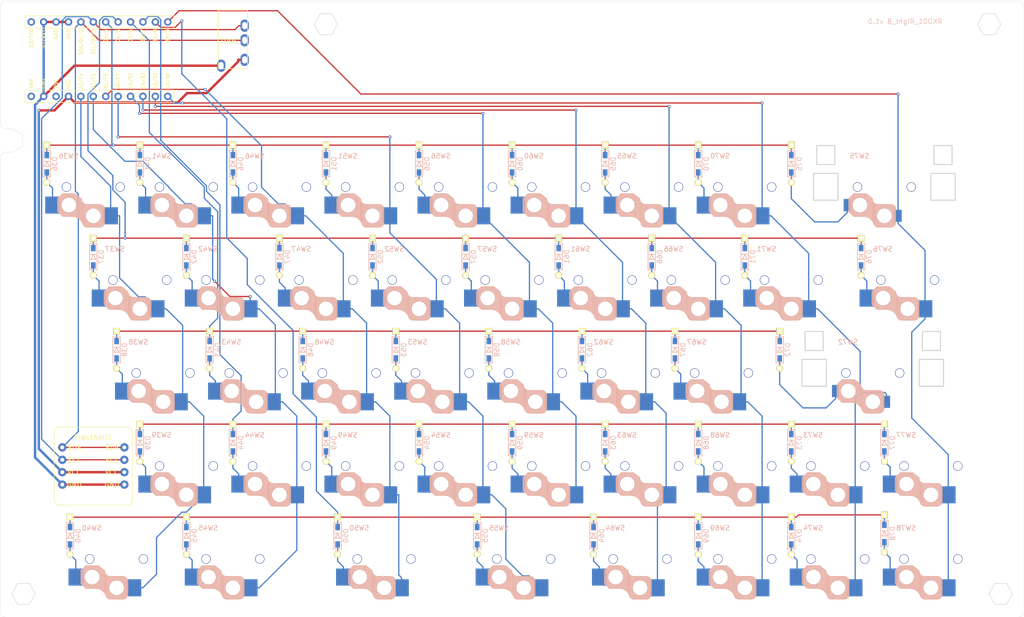
<source format=kicad_pcb>
(kicad_pcb (version 20240108) (generator "pcbnew") (generator_version "8.0")
  (layers (0 "F.Cu" signal) (31 "B.Cu" signal) (34 "B.Paste" user) (35 "F.Paste" user) (36 "B.SilkS" user "B.Silkscreen") (37 "F.SilkS" user "F.Silkscreen") (38 "B.Mask" user) (39 "F.Mask" user) (44 "Edge.Cuts" user))
  (net 0 "")
  (net 1 "Net-(D36-A)")
  (net 2 "Row0")
  (net 3 "Net-(D37-A)")
  (net 4 "Row2")
  (net 5 "Row3")
  (net 6 "Net-(D38-A)")
  (net 7 "Net-(D39-A)")
  (net 8 "Row4")
  (net 9 "Net-(D40-A)")
  (net 10 "Net-(D41-A)")
  (net 11 "Row1")
  (net 12 "Net-(D42-A)")
  (net 13 "Net-(D43-A)")
  (net 14 "Net-(D44-A)")
  (net 15 "Net-(D45-A)")
  (net 16 "Net-(D46-A)")
  (net 17 "Net-(D47-A)")
  (net 18 "Net-(D48-A)")
  (net 19 "Net-(D49-A)")
  (net 20 "Net-(D50-A)")
  (net 21 "Net-(D51-A)")
  (net 22 "Net-(D52-A)")
  (net 23 "Net-(D53-A)")
  (net 24 "Net-(D54-A)")
  (net 25 "Net-(D55-A)")
  (net 26 "Net-(D56-A)")
  (net 27 "Net-(D57-A)")
  (net 28 "Net-(D58-A)")
  (net 29 "Net-(D59-A)")
  (net 30 "Net-(D60-A)")
  (net 31 "Net-(D61-A)")
  (net 32 "Net-(D62-A)")
  (net 33 "Net-(D63-A)")
  (net 34 "Net-(D64-A)")
  (net 35 "Net-(D65-A)")
  (net 36 "Net-(D66-A)")
  (net 37 "Net-(D67-A)")
  (net 38 "Net-(D68-A)")
  (net 39 "Net-(D69-A)")
  (net 40 "Net-(D70-A)")
  (net 41 "Net-(D71-A)")
  (net 42 "Net-(D72-A)")
  (net 43 "Net-(D73-A)")
  (net 44 "Net-(D74-A)")
  (net 45 "Net-(D75-A)")
  (net 46 "Net-(D76-A)")
  (net 47 "SCL")
  (net 48 "VCC")
  (net 49 "GND")
  (net 50 "SDA")
  (net 51 "Col0")
  (net 52 "Col1")
  (net 53 "Col2")
  (net 54 "Col3")
  (net 55 "Col4")
  (net 56 "Col5")
  (net 57 "Col6")
  (net 58 "Col7")
  (net 59 "Col8")
  (net 60 "Reset")
  (net 63 "Net-(D77-A)")
  (net 64 "Net-(D78-A)")
  (footprint "kbd_SW:Choc_Hotswap_2u_Stab" (layer "F.Cu") (at 202.4063 57.15)
    (property "Reference" "SW75")
    (property "Value" "SW_Push" (hide yes))
    (fp_line (start -14.5 -2.8) (end -9.5 -2.8) (stroke (width 0.2)) (layer "Edge.Cuts"))
    (fp_line (start -14.5 2.7) (end -14.5 -2.8) (stroke (width 0.2)) (layer "Edge.Cuts"))
    (fp_line (start -13.85 -8.5) (end -10.15 -8.5) (stroke (width 0.2)) (layer "Edge.Cuts"))
    (fp_line (start -13.85 -4.6) (end -13.85 -8.5) (stroke (width 0.2)) (layer "Edge.Cuts"))
    (fp_line (start -10.15 -8.5) (end -10.15 -4.6) (stroke (width 0.2)) (layer "Edge.Cuts"))
    (fp_line (start -10.15 -4.6) (end -13.85 -4.6) (stroke (width 0.2)) (layer "Edge.Cuts"))
    (fp_line (start -9.5 -2.8) (end -9.5 2.7) (stroke (width 0.2)) (layer "Edge.Cuts"))
    (fp_line (start -9.5 2.7) (end -14.5 2.7) (stroke (width 0.2)) (layer "Edge.Cuts"))
    (fp_line (start 9.5 -2.8) (end 9.5 2.7) (stroke (width 0.2)) (layer "Edge.Cuts"))
    (fp_line (start 9.5 2.7) (end 14.5 2.7) (stroke (width 0.2)) (layer "Edge.Cuts"))
    (fp_line (start 10.15 -8.5) (end 10.15 -4.6) (stroke (width 0.2)) (layer "Edge.Cuts"))
    (fp_line (start 10.15 -4.6) (end 13.85 -4.6) (stroke (width 0.2)) (layer "Edge.Cuts"))
    (fp_line (start 13.85 -8.5) (end 10.15 -8.5) (stroke (width 0.2)) (layer "Edge.Cuts"))
    (fp_line (start 13.85 -8.5) (end 13.85 -4.6) (stroke (width 0.2)) (layer "Edge.Cuts"))
    (fp_line (start 14.5 -2.8) (end 9.5 -2.8) (stroke (width 0.2)) (layer "Edge.Cuts"))
    (fp_line (start 14.5 2.7) (end 14.5 -2.8) (stroke (width 0.2)) (layer "Edge.Cuts"))
  )
  (footprint "kbd_SW:Choc_Hotswap_1u" (layer "F.Cu") (at 97.6313 57.15)
    (property "Reference" "SW51")
    (property "Value" "SW_Push" (hide yes))
  )
  (footprint "kbd_SW:Choc_Hotswap_1u" (layer "F.Cu") (at 192.8813 133.35)
    (property "Reference" "SW74")
    (property "Value" "SW_Push" (hide yes))
  )
  (footprint "kbd_SW:Choc_Hotswap_1u" (layer "F.Cu") (at 207.1688 76.2)
    (property "Reference" "SW76")
    (property "Value" "SW_Push" (hide yes))
  )
  (footprint "kbd_Parts:Diode_TH_SMD" (layer "F.Cu") (at 164.3063 128.5875 -90)
    (property "Reference" "D69")
    (property "Value" "D" (hide yes))
  )
  (footprint "kbd_Parts:Diode_TH_SMD" (layer "F.Cu") (at 78.5813 71.4375 -90)
    (property "Reference" "D47")
    (property "Value" "D" (hide yes))
  )
  (footprint "kbd_Hole:m2_Spacer_Hole_hex" (layer "F.Cu") (at 223.8375 23.8125)
    (property "Reference" "M2")
    (property "Value" "Mark")
    (fp_line (start -2.4 0) (end -1.2 2.15) (stroke (width 0.1)) (layer "Edge.Cuts"))
    (fp_line (start -1.2 -2.15) (end -2.4 0) (stroke (width 0.1)) (layer "Edge.Cuts"))
    (fp_line (start -1.2 2.15) (end 1.2 2.15) (stroke (width 0.1)) (layer "Edge.Cuts"))
    (fp_line (start 1.2 -2.15) (end -1.2 -2.15) (stroke (width 0.1)) (layer "Edge.Cuts"))
    (fp_line (start 1.2 2.15) (end 2.4 0) (stroke (width 0.1)) (layer "Edge.Cuts"))
    (fp_line (start 2.4 0) (end 1.2 -2.15) (stroke (width 0.1)) (layer "Edge.Cuts"))
  )
  (footprint "kbd_Parts:Diode_TH_SMD" (layer "F.Cu") (at 126.2063 52.3875 -90)
    (property "Reference" "D60")
    (property "Value" "D" (hide yes))
  )
  (footprint "kbd_SW:Choc_Hotswap_1u" (layer "F.Cu") (at 173.8313 57.15)
    (property "Reference" "SW70")
    (property "Value" "SW_Push" (hide yes))
  )
  (footprint "kbd_Parts:Diode_TH_SMD" (layer "F.Cu") (at 116.6813 71.4375 -90)
    (property "Reference" "D57")
    (property "Value" "D" (hide yes))
  )
  (footprint "kbd_Parts:Diode_TH_SMD" (layer "F.Cu") (at 121.4438 90.4875 -90)
    (property "Reference" "D58")
    (property "Value" "D" (hide yes))
  )
  (footprint "kbd_SW:Choc_Hotswap_1u" (layer "F.Cu") (at 59.5313 57.15)
    (property "Reference" "SW41")
    (property "Value" "SW_Push" (hide yes))
  )
  (footprint "kbd_Parts:Diode_TH_SMD" (layer "F.Cu") (at 202.4063 109.5375 -90)
    (property "Reference" "D77")
    (property "Value" "D" (hide yes))
  )
  (footprint "kbd_SW:Choc_Hotswap_1u" (layer "F.Cu") (at 211.9313 114.3)
    (property "Reference" "SW77")
    (property "Value" "SW_Push" (hide yes))
  )
  (footprint "kbd_Parts:Diode_TH_SMD" (layer "F.Cu") (at 102.3938 90.4875 -90)
    (property "Reference" "D53")
    (property "Value" "D" (hide yes))
  )
  (footprint "kbd_SW:Choc_Hotswap_1u" (layer "F.Cu") (at 45.2438 133.35)
    (property "Reference" "SW40")
    (property "Value" "SW_Push" (hide yes))
  )
  (footprint "kbd_Parts:Diode_TH_SMD" (layer "F.Cu") (at 180.9751 90.4875 -90)
    (property "Reference" "D72")
    (property "Value" "D" (hide yes))
  )
  (footprint "kbd_SW:Choc_Hotswap_1u" (layer "F.Cu") (at 130.9688 95.25)
    (property "Reference" "SW58")
    (property "Value" "SW_Push" (hide yes))
  )
  (footprint "kbd_SW:Choc_Hotswap_1u" (layer "F.Cu") (at 50.0063 76.2)
    (property "Reference" "SW37")
    (property "Value" "SW_Push" (hide yes))
  )
  (footprint "kbd_SW:Choc_Hotswap_1u" (layer "F.Cu") (at 100.0126 133.35)
    (property "Reference" "SW50")
    (property "Value" "SW_Push" (hide yes))
  )
  (footprint "kbd_Parts:Diode_TH_SMD" (layer "F.Cu") (at 83.3438 90.4875 -90)
    (property "Reference" "D48")
    (property "Value" "D" (hide yes))
  )
  (footprint "kbd_SW:Choc_Hotswap_1u" (layer "F.Cu") (at 69.0563 76.2)
    (property "Reference" "SW42")
    (property "Value" "SW_Push" (hide yes))
  )
  (footprint "kbd_Parts:Diode_TH_SMD" (layer "F.Cu") (at 40.4813 71.4375 -90)
    (property "Reference" "D37")
    (property "Value" "D" (hide yes))
  )
  (footprint "kbd_SW:Choc_Hotswap_1u" (layer "F.Cu") (at 126.2063 76.2)
    (property "Reference" "SW57")
    (property "Value" "SW_Push" (hide yes))
  )
  (footprint "kbd_SW:Choc_Hotswap_1u" (layer "F.Cu") (at 78.5813 57.15)
    (property "Reference" "SW46")
    (property "Value" "SW_Push" (hide yes))
  )
  (footprint "kbd_SW:Choc_Hotswap_1u" (layer "F.Cu") (at 111.9188 95.25)
    (property "Reference" "SW53")
    (property "Value" "SW_Push" (hide yes))
  )
  (footprint "kbd_Parts:Diode_TH_SMD" (layer "F.Cu") (at 173.8313 71.4375 -90)
    (property "Reference" "D71")
    (property "Value" "D" (hide yes))
  )
  (footprint "kbd_Parts:Diode_TH_SMD" (layer "F.Cu") (at 50.0063 52.3875 -90)
    (property "Reference" "D41")
    (property "Value" "D" (hide yes))
  )
  (footprint "kbd_SW:Choc_Hotswap_1u" (layer "F.Cu") (at 116.6813 114.3)
    (property "Reference" "SW54")
    (property "Value" "SW_Push" (hide yes))
  )
  (footprint "kbd_SW:Choc_Hotswap_1u" (layer "F.Cu") (at 164.3063 76.2)
    (property "Reference" "SW66")
    (property "Value" "SW_Push" (hide yes))
  )
  (footprint "kbd_SW:Choc_Hotswap_1u" (layer "F.Cu") (at 54.7688 95.25)
    (property "Reference" "SW38")
    (property "Value" "SW_Push" (hide yes))
  )
  (footprint "kbd_Parts:Diode_TH_SMD" (layer "F.Cu") (at 107.1563 52.3875 -90)
    (property "Reference" "D56")
    (property "Value" "D" (hide yes))
  )
  (footprint "kbd_SW:Choc_Hotswap_1u" (layer "F.Cu") (at 150.0188 95.25)
    (property "Reference" "SW62")
    (property "Value" "SW_Push" (hide yes))
  )
  (footprint "kbd_SW:Choc_Hotswap_1u" (layer "F.Cu") (at 173.8313 114.3)
    (property "Reference" "SW68")
    (property "Value" "SW_Push" (hide yes))
  )
  (footprint "kbd_SW:Choc_Hotswap_1u" (layer "F.Cu") (at 135.7313 57.15)
    (property "Reference" "SW60")
    (property "Value" "SW_Push" (hide yes))
  )
  (footprint "kbd_Parts:Diode_TH_SMD" (layer "F.Cu") (at 90.4876 128.5875 -90)
    (property "Reference" "D50")
    (property "Value" "D" (hide yes))
  )
  (footprint "kbd_SW:Choc_Hotswap_1u" (layer "F.Cu") (at 59.5313 114.3)
    (property "Reference" "SW39")
    (property "Value" "SW_Push" (hide yes))
  )
  (footprint "kbd_SW:Choc_Hotswap_1u" (layer "F.Cu") (at 73.8188 95.25)
    (property "Reference" "SW43")
    (property "Value" "SW_Push" (hide yes))
  )
  (footprint "kbd_SW:Choc_Hotswap_1u" (layer "F.Cu") (at 211.9313 133.35)
    (property "Reference" "SW78")
    (property "Value" "SW_Push" (hide yes))
  )
  (footprint "kbd_Parts:Diode_TH_SMD" (layer "F.Cu") (at 64.2938 90.4875 -90)
    (property "Reference" "D43")
    (property "Value" "D" (hide yes))
  )
  (footprint "kbd_Parts:Diode_TH_SMD" (layer "F.Cu") (at 107.1563 109.5375 -90)
    (property "Reference" "D54")
    (property "Value" "D" (hide yes))
  )
  (footprint "kbd_Parts:Diode_TH_SMD" (layer "F.Cu") (at 30.9563 52.3875 -90)
    (property "Reference" "D36")
    (property "Value" "D" (hide yes))
  )
  (footprint "kbd_Parts:Diode_TH_SMD" (layer "F.Cu") (at 69.0563 52.3875 -90)
    (property "Reference" "D46")
    (property "Value" "D" (hide yes))
  )
  (footprint "kbd_Parts:Diode_TH_SMD" (layer "F.Cu") (at 154.7813 71.4375 -90)
    (property "Reference" "D66")
    (property "Value" "D" (hide yes))
  )
  (footprint "kbd_Parts:Diode_TH_SMD" (layer "F.Cu") (at 164.3063 109.5375 -90)
    (property "Reference" "D68")
    (property "Value" "D" (hide yes))
  )
  (footprint "kbd_SW:Choc_Hotswap_2u_Stab" (layer "F.Cu") (at 200.0251 95.25)
    (property "Reference" "SW72")
    (property "Value" "SW_Push" (hide yes))
    (fp_line (start -14.5 -2.8) (end -9.5 -2.8) (stroke (width 0.2)) (layer "Edge.Cuts"))
    (fp_line (start -14.5 2.7) (end -14.5 -2.8) (stroke (width 0.2)) (layer "Edge.Cuts"))
    (fp_line (start -13.85 -8.5) (end -10.15 -8.5) (stroke (width 0.2)) (layer "Edge.Cuts"))
    (fp_line (start -13.85 -4.6) (end -13.85 -8.5) (stroke (width 0.2)) (layer "Edge.Cuts"))
    (fp_line (start -10.15 -8.5) (end -10.15 -4.6) (stroke (width 0.2)) (layer "Edge.Cuts"))
    (fp_line (start -10.15 -4.6) (end -13.85 -4.6) (stroke (width 0.2)) (layer "Edge.Cuts"))
    (fp_line (start -9.5 -2.8) (end -9.5 2.7) (stroke (width 0.2)) (layer "Edge.Cuts"))
    (fp_line (start -9.5 2.7) (end -14.5 2.7) (stroke (width 0.2)) (layer "Edge.Cuts"))
    (fp_line (start 9.5 -2.8) (end 9.5 2.7) (stroke (width 0.2)) (layer "Edge.Cuts"))
    (fp_line (start 9.5 2.7) (end 14.5 2.7) (stroke (width 0.2)) (layer "Edge.Cuts"))
    (fp_line (start 10.15 -8.5) (end 10.15 -4.6) (stroke (width 0.2)) (layer "Edge.Cuts"))
    (fp_line (start 10.15 -4.6) (end 13.85 -4.6) (stroke (width 0.2)) (layer "Edge.Cuts"))
    (fp_line (start 13.85 -8.5) (end 10.15 -8.5) (stroke (width 0.2)) (layer "Edge.Cuts"))
    (fp_line (start 13.85 -8.5) (end 13.85 -4.6) (stroke (width 0.2)) (layer "Edge.Cuts"))
    (fp_line (start 14.5 -2.8) (end 9.5 -2.8) (stroke (width 0.2)) (layer "Edge.Cuts"))
    (fp_line (start 14.5 2.7) (end 14.5 -2.8) (stroke (width 0.2)) (layer "Edge.Cuts"))
  )
  (footprint "kbd_SW:Choc_Hotswap_1u" (layer "F.Cu") (at 92.8688 95.25)
    (property "Reference" "SW48")
    (property "Value" "SW_Push" (hide yes))
  )
  (footprint "kbd_Parts:Diode_TH_SMD" (layer "F.Cu") (at 135.7313 71.4375 -90)
    (property "Reference" "D61")
    (property "Value" "D" (hide yes))
  )
  (footprint "kbd_SW:Choc_Hotswap_1u" (layer "F.Cu") (at 154.7813 57.15)
    (property "Reference" "SW65")
    (property "Value" "SW_Push" (hide yes))
  )
  (footprint "kbd_SW:Choc_Hotswap_1u" (layer "F.Cu") (at 183.3563 76.2)
    (property "Reference" "SW71")
    (property "Value" "SW_Push" (hide yes))
  )
  (footprint "kbd_SW:Choc_Hotswap_1u" (layer "F.Cu") (at 107.1563 76.2)
    (property "Reference" "SW52")
    (property "Value" "SW_Push" (hide yes))
  )
  (footprint "kbd_Parts:Diode_TH_SMD" (layer "F.Cu") (at 97.6313 71.4375 -90)
    (property "Reference" "D52")
    (property "Value" "D" (hide yes))
  )
  (footprint "kbd_Parts:Diode_TH_SMD" (layer "F.Cu") (at 119.0626 128.5875 -90)
    (property "Reference" "D55")
    (property "Value" "D" (hide yes))
  )
  (footprint "kbd_Parts:Diode_TH_SMD" (layer "F.Cu") (at 197.6438 71.4375 -90)
    (property "Reference" "D76")
    (property "Value" "D" (hide yes))
  )
  (footprint "kbd_SW:Choc_Hotswap_1u" (layer "F.Cu") (at 145.2563 76.2)
    (property "Reference" "SW61")
    (property "Value" "SW_Push" (hide yes))
  )
  (footprint "kbd_Parts:Diode_TH_SMD" (layer "F.Cu") (at 59.5313 71.4375 -90)
    (property "Reference" "D42")
    (property "Value" "D" (hide yes))
  )
  (footprint "kbd_SW:Choc_Hotswap_1u" (layer "F.Cu") (at 40.4813 57.15)
    (property "Reference" "SW36")
    (property "Value" "SW_Push" (hide yes))
  )
  (footprint "kbd_SW:Choc_Hotswap_1u" (layer "F.Cu") (at 169.0688 95.25)
    (property "Reference" "SW67")
    (property "Value" "SW_Push" (hide yes))
  )
  (footprint "kbd_SW:Choc_Hotswap_1u" (layer "F.Cu") (at 78.5813 114.3)
    (property "Reference" "SW44")
    (property "Value" "SW_Push" (hide yes))
  )
  (footprint "kbd_Parts:Diode_TH_SMD" (layer "F.Cu") (at 140.4938 90.4875 -90)
    (property "Reference" "D62")
    (property "Value" "D" (hide yes))
  )
  (footprint "kbd_SW:Choc_Hotswap_1u" (layer "F.Cu") (at 116.6813 57.15)
    (property "Reference" "SW56")
    (property "Value" "SW_Push" (hide yes))
  )
  (footprint "kbd_SW:Choc_Hotswap_1u" (layer "F.Cu") (at 154.7813 114.3)
    (property "Reference" "SW63")
    (property "Value" "SW_Push" (hide yes))
  )
  (footprint "kbd_SW:Choc_Hotswap_1u" (layer "F.Cu") (at 135.7313 114.3)
    (property "Reference" "SW59")
    (property "Value" "SW_Push" (hide yes))
  )
  (footprint "kbd_Hole:m2_Screw_Hole" (layer "F.Cu") (at 78.5813 26.1937)
    (property "Reference" "M5")
    (property "Value" "Mark")
  )
  (footprint "kbd_SW:Choc_Hotswap_1u" (layer "F.Cu") (at 152.4001 133.35)
    (property "Reference" "SW64")
    (property "Value" "SW_Push" (hide yes))
  )
  (footprint "kbd_Hole:m2_Spacer_Hole_hex" (layer "F.Cu") (at 226.21875 140.4937)
    (property "Reference" "M4")
    (property "Value" "Mark")
    (fp_line (start -2.4 0) (end -1.2 2.15) (stroke (width 0.1)) (layer "Edge.Cuts"))
    (fp_line (start -1.2 -2.15) (end -2.4 0) (stroke (width 0.1)) (layer "Edge.Cuts"))
    (fp_line (start -1.2 2.15) (end 1.2 2.15) (stroke (width 0.1)) (layer "Edge.Cuts"))
    (fp_line (start 1.2 -2.15) (end -1.2 -2.15) (stroke (width 0.1)) (layer "Edge.Cuts"))
    (fp_line (start 1.2 2.15) (end 2.4 0) (stroke (width 0.1)) (layer "Edge.Cuts"))
    (fp_line (start 2.4 0) (end 1.2 -2.15) (stroke (width 0.1)) (layer "Edge.Cuts"))
  )
  (footprint "kbd_SW:Choc_Hotswap_1u" (layer "F.Cu") (at 173.8313 133.35)
    (property "Reference" "SW69")
    (property "Value" "SW_Push" (hide yes))
  )
  (footprint "kbd_Parts:Diode_TH_SMD" (layer "F.Cu") (at 183.3563 109.5375 -90)
    (property "Reference" "D73")
    (property "Value" "D" (hide yes))
  )
  (footprint "kicad:AZ1UBALL" (layer "F.Cu") (at 40.4813 114.3)
    (property "Reference" "Trackball1")
    (property "Value" "az1uball")
  )
  (footprint "kbd_SW:Choc_Hotswap_1u" (layer "F.Cu") (at 88.1063 76.2)
    (property "Reference" "SW47")
    (property "Value" "SW_Push" (hide yes))
  )
  (footprint "kbd_SW:Choc_Hotswap_1u" (layer "F.Cu") (at 69.0563 133.35)
    (property "Reference" "SW45")
    (property "Value" "SW_Push" (hide yes))
  )
  (footprint "kbd_SW:Choc_Hotswap_1u" (layer "F.Cu") (at 192.8813 114.3)
    (property "Reference" "SW73")
    (property "Value" "SW_Push" (hide yes))
  )
  (footprint "kbd_Parts:Diode_TH_SMD" (layer "F.Cu") (at 88.1063 109.5375 -90)
    (property "Reference" "D49")
    (property "Value" "D" (hide yes))
  )
  (footprint "kbd_Parts:Diode_TH_SMD" (layer "F.Cu") (at 159.5438 90.4875 -90)
    (property "Reference" "D67")
    (property "Value" "D" (hide yes))
  )
  (footprint "kbd_Parts:Diode_TH_SMD" (layer "F.Cu") (at 69.0563 109.5375 -90)
    (property "Reference" "D44")
    (property "Value" "D" (hide yes))
  )
  (footprint "BrownSugar_KBD:TRRS_PJ-320A" (layer "F.Cu") (at 69.0563 20.8987)
    (property "Reference" "J2")
    (property "Value" "TRRS" (hide yes))
  )
  (footprint "kbd_Parts:Diode_TH_SMD" (layer "F.Cu") (at 183.3563 52.3875 -90)
    (property "Reference" "D75")
    (property "Value" "D" (hide yes))
  )
  (footprint "kbd_Parts:Diode_TH_SMD" (layer "F.Cu") (at 50.0063 109.5375 -90)
    (property "Reference" "D39")
    (property "Value" "D" (hide yes))
  )
  (footprint "kbd_SW:Choc_Hotswap_1u" (layer "F.Cu") (at 97.6313 114.3)
    (property "Reference" "SW49")
    (property "Value" "SW_Push" (hide yes))
  )
  (footprint "kbd_Parts:Diode_TH_SMD" (layer "F.Cu") (at 183.3563 128.5875 -90)
    (property "Reference" "D74")
    (property "Value" "D" (hide yes))
  )
  (footprint "kbd_Parts:Diode_TH_SMD" (layer "F.Cu") (at 145.2563 52.3875 -90)
    (property "Reference" "D65")
    (property "Value" "D" (hide yes))
  )
  (footprint "kbd_Parts:Diode_TH_SMD" (layer "F.Cu") (at 88.1063 52.3875 -90)
    (property "Reference" "D51")
    (property "Value" "D" (hide yes))
  )
  (footprint "kbd_Parts:Diode_TH_SMD" (layer "F.Cu") (at 45.2438 90.4875 -90)
    (property "Reference" "D38")
    (property "Value" "D" (hide yes))
  )
  (footprint "kbd_Parts:Diode_TH_SMD" (layer "F.Cu") (at 164.3063 52.3875 -90)
    (property "Reference" "D70")
    (property "Value" "D" (hide yes))
  )
  (footprint "kbd_Parts:Diode_TH_SMD" (layer "F.Cu") (at 59.5313 128.5875 -90)
    (property "Reference" "D45")
    (property "Value" "D" (hide yes))
  )
  (footprint "kbd_Parts:Diode_TH_SMD" (layer "F.Cu") (at 35.7188 128.5875 -90)
    (property "Reference" "D40")
    (property "Value" "D" (hide yes))
  )
  (footprint "kbd_Parts:Diode_TH_SMD" (layer "F.Cu") (at 142.8751 128.5875 -90)
    (property "Reference" "D64")
    (property "Value" "D" (hide yes))
  )
  (footprint "kbd_Hole:m2_Screw_Hole" (layer "F.Cu") (at 78.5813 35.7187)
    (property "Reference" "M6")
    (property "Value" "Mark")
  )
  (footprint "kbd_Hole:m2_Spacer_Hole_hex" (layer "F.Cu") (at 88.1063 23.8125)
    (property "Reference" "M1")
    (property "Value" "Mark")
    (fp_line (start -2.4 0) (end -1.2 2.15) (stroke (width 0.1)) (layer "Edge.Cuts"))
    (fp_line (start -1.2 -2.15) (end -2.4 0) (stroke (width 0.1)) (layer "Edge.Cuts"))
    (fp_line (start -1.2 2.15) (end 1.2 2.15) (stroke (width 0.1)) (layer "Edge.Cuts"))
    (fp_line (start 1.2 -2.15) (end -1.2 -2.15) (stroke (width 0.1)) (layer "Edge.Cuts"))
    (fp_line (start 1.2 2.15) (end 2.4 0) (stroke (width 0.1)) (layer "Edge.Cuts"))
    (fp_line (start 2.4 0) (end 1.2 -2.15) (stroke (width 0.1)) (layer "Edge.Cuts"))
  )
  (footprint "kbd_Hole:m2_Spacer_Hole_hex" (layer "F.Cu") (at 26.1938 140.4937)
    (property "Reference" "M3")
    (property "Value" "Mark")
    (fp_line (start -2.4 0) (end -1.2 2.15) (stroke (width 0.1)) (layer "Edge.Cuts"))
    (fp_line (start -1.2 -2.15) (end -2.4 0) (stroke (width 0.1)) (layer "Edge.Cuts"))
    (fp_line (start -1.2 2.15) (end 1.2 2.15) (stroke (width 0.1)) (layer "Edge.Cuts"))
    (fp_line (start 1.2 -2.15) (end -1.2 -2.15) (stroke (width 0.1)) (layer "Edge.Cuts"))
    (fp_line (start 1.2 2.15) (end 2.4 0) (stroke (width 0.1)) (layer "Edge.Cuts"))
    (fp_line (start 2.4 0) (end 1.2 -2.15) (stroke (width 0.1)) (layer "Edge.Cuts"))
  )
  (footprint "kbd_Parts:Diode_TH_SMD" (layer "F.Cu") (at 202.4063 128.1245 -90)
    (property "Reference" "D78")
    (property "Value" "D" (hide yes))
  )
  (footprint "kbd_SW:Choc_Hotswap_1u" (layer "F.Cu") (at 128.5876 133.35)
    (property "Reference" "SW55")
    (property "Value" "SW_Push" (hide yes))
  )
  (footprint "kbd_Parts:Diode_TH_SMD" (layer "F.Cu") (at 145.2563 109.5375 -90)
    (property "Reference" "D63")
    (property "Value" "D" (hide yes))
  )
  (footprint "kbd_Parts:Diode_TH_SMD" (layer "F.Cu") (at 126.2063 109.5375 -90)
    (property "Reference" "D59")
    (property "Value" "D" (hide yes))
  )
  (footprint "BrownSugar_KBD:ProMicro_r" (layer "F.Cu") (at 40.4813 30.9562 90)
    (property "Reference" "U2" (hide yes))
    (property "Value" "ProMicro" (hide yes))
  )
  (gr_line (start 229.790625 145.25625) (end 22.621875 145.25625) (stroke (width 0.05)) (layer "Edge.Cuts"))
  (gr_line (start 22.621875 45.24375) (end 23.8125 45.24375) (stroke (width 0.05)) (layer "Edge.Cuts"))
  (gr_line (start 25.9625 46.425) (end 25.9625 48.825) (stroke (width 0.05)) (layer "Edge.Cuts"))
  (gr_line (start 23.8125 45.24375) (end 25.9625 46.425) (stroke (width 0.05)) (layer "Edge.Cuts"))
  (gr_line (start 21.43125 144.065625) (end 21.43125 51.196875) (stroke (width 0.05)) (layer "Edge.Cuts"))
  (gr_line (start 230.98125 20.240625) (end 230.98125 144.065625) (stroke (width 0.05)) (layer "Edge.Cuts"))
  (gr_arc (start 229.790625 19.05) (mid 230.632524 19.398726) (end 230.98125 20.240625) (stroke (width 0.05)) (layer "Edge.Cuts"))
  (gr_line (start 229.790625 19.05) (end 22.621875 19.05005) (stroke (width 0.05)) (layer "Edge.Cuts"))
  (gr_line (start 21.4312 20.240625) (end 21.43125 44.053125) (stroke (width 0.05)) (layer "Edge.Cuts"))
  (gr_arc (start 21.4313 20.240625) (mid 21.780011 19.398761) (end 22.621875 19.05005) (stroke (width 0.05)) (layer "Edge.Cuts"))
  (gr_line (start 25.9625 48.825) (end 23.8125 50.00625) (stroke (width 0.05)) (layer "Edge.Cuts"))
  (gr_arc (start 230.98125 144.065625) (mid 230.632524 144.907524) (end 229.790625 145.25625) (stroke (width 0.05)) (layer "Edge.Cuts"))
  (gr_line (start 23.8125 50.00625) (end 22.621875 50.00625) (stroke (width 0.05)) (layer "Edge.Cuts"))
  (gr_arc (start 22.621875 45.24375) (mid 21.779976 44.895024) (end 21.43125 44.053125) (stroke (width 0.05)) (layer "Edge.Cuts"))
  (gr_arc (start 22.621875 145.25625) (mid 21.779976 144.907524) (end 21.43125 144.065625) (stroke (width 0.05)) (layer "Edge.Cuts"))
  (gr_arc (start 21.43125 51.196875) (mid 21.779976 50.354976) (end 22.621875 50.00625) (stroke (width 0.05)) (layer "Edge.Cuts"))
  (gr_text "RKD01_Right_B v1.0" (at 214.3125 23.8125 0) (layer "B.SilkS") (effects (font (size 1 1) (thickness 0.1)) (justify left bottom mirror)))
  (segment (start 30.9563 56.1975) (end 32.1313 57.3725) (width 0.25) (layer "B.Cu") (net 1))
  (segment (start 32.1313 57.3725) (end 32.1313 60.85) (width 0.25) (layer "B.Cu") (net 1))
  (segment (start 30.9563 54.1625) (end 30.9563 56.1975) (width 0.25) (layer "B.Cu") (net 1))
  (segment (start 164.3063 48.5775) (end 145.2563 48.5775) (width 0.25) (layer "F.Cu") (net 2))
  (segment (start 44.5938 48.5775) (end 50.0063 48.5775) (width 0.25) (layer "F.Cu") (net 2))
  (segment (start 145.2563 48.5775) (end 126.2063 48.5775) (width 0.25) (layer "F.Cu") (net 2))
  (segment (start 88.1063 48.5775) (end 69.0563 48.5775) (width 0.25) (layer "F.Cu") (net 2))
  (segment (start 69.0563 48.5775) (end 50.0063 48.5775) (width 0.25) (layer "F.Cu") (net 2))
  (segment (start 88.1063 48.5775) (end 107.1563 48.5775) (width 0.25) (layer "F.Cu") (net 2))
  (segment (start 30.9563 48.5775) (end 44.5938 48.5775) (width 0.25) (layer "F.Cu") (net 2))
  (segment (start 164.3063 48.5775) (end 183.3563 48.5775) (width 0.25) (layer "F.Cu") (net 2))
  (segment (start 107.1563 48.5775) (end 126.2063 48.5775) (width 0.25) (layer "F.Cu") (net 2))
  (via (at 44.5938 48.5775) (size 0.6) (drill 0.3) (layers "F.Cu" "B.Cu") (net 2))
  (segment (start 44.2913 48.275) (end 44.2913 24.6062) (width 0.25) (layer "B.Cu") (net 2))
  (segment (start 44.2913 24.6062) (end 43.0213 23.3362) (width 0.25) (layer "B.Cu") (net 2))
  (segment (start 69.0563 48.5775) (end 69.0563 50.6125) (width 0.25) (layer "B.Cu") (net 2))
  (segment (start 107.1563 48.5775) (end 107.1563 50.6125) (width 0.25) (layer "B.Cu") (net 2))
  (segment (start 50.0063 48.5775) (end 50.0063 50.6125) (width 0.25) (layer "B.Cu") (net 2))
  (segment (start 145.2563 48.5775) (end 145.2563 50.6125) (width 0.25) (layer "B.Cu") (net 2))
  (segment (start 30.9563 48.5775) (end 30.9563 50.6125) (width 0.25) (layer "B.Cu") (net 2))
  (segment (start 164.3063 48.5775) (end 164.3063 50.6125) (width 0.25) (layer "B.Cu") (net 2))
  (segment (start 44.5938 48.5775) (end 44.2913 48.275) (width 0.25) (layer "B.Cu") (net 2))
  (segment (start 183.3563 48.5775) (end 183.3563 50.6125) (width 0.25) (layer "B.Cu") (net 2))
  (segment (start 88.1063 48.5775) (end 88.1063 50.6125) (width 0.25) (layer "B.Cu") (net 2))
  (segment (start 126.2063 48.5775) (end 126.2063 50.6125) (width 0.25) (layer "B.Cu") (net 2))
  (segment (start 40.4813 75.2475) (end 41.6563 76.4225) (width 0.25) (layer "B.Cu") (net 3))
  (segment (start 41.6563 76.4225) (end 41.6563 79.9) (width 0.25) (layer "B.Cu") (net 3))
  (segment (start 40.4813 73.2125) (end 40.4813 75.2475) (width 0.25) (layer "B.Cu") (net 3))
  (segment (start 140.4938 86.6775) (end 121.4438 86.6775) (width 0.25) (layer "F.Cu") (net 4))
  (segment (start 83.3438 86.6775) (end 102.3938 86.6775) (width 0.25) (layer "F.Cu") (net 4))
  (segment (start 45.2438 86.6775) (end 64.2938 86.6775) (width 0.25) (layer "F.Cu") (net 4))
  (segment (start 180.9751 86.6775) (end 159.5438 86.6775) (width 0.25) (layer "F.Cu") (net 4))
  (segment (start 64.2938 86.6775) (end 83.3438 86.6775) (width 0.25) (layer "F.Cu") (net 4))
  (segment (start 102.3938 86.6775) (end 121.4438 86.6775) (width 0.25) (layer "F.Cu") (net 4))
  (segment (start 159.5438 86.6775) (end 140.4938 86.6775) (width 0.25) (layer "F.Cu") (net 4))
  (segment (start 54.27 48.1921) (end 63.2006 57.1227) (width 0.25) (layer "B.Cu") (net 4))
  (segment (start 83.3438 86.6775) (end 83.3438 88.7125) (width 0.25) (layer "B.Cu") (net 4))
  (segment (start 54.1575 48.1921) (end 54.27 48.1921) (width 0.25) (layer "B.Cu") (net 4))
  (segment (start 102.3938 86.6775) (end 102.3938 88.7125) (width 0.25) (layer "B.Cu") (net 4))
  (segment (start 51.955 45.9896) (end 54.1575 48.1921) (width 0.25) (layer "B.Cu") (net 4))
  (segment (start 140.4938 86.6775) (end 140.4938 88.7125) (width 0.25) (layer "B.Cu") (net 4))
  (segment (start 64.2938 86.6775) (end 64.2938 85.6523) (width 0.25) (layer "B.Cu") (net 4))
  (segment (start 159.5438 86.6775) (end 159.5438 88.7125) (width 0.25) (layer "B.Cu") (net 4))
  (segment (start 180.9751 86.6775) (end 180.9751 88.7125) (width 0.25) (layer "B.Cu") (net 4))
  (segment (start 51.955 27.1899) (end 51.955 45.9896) (width 0.25) (layer "B.Cu") (net 4))
  (segment (start 64.2938 86.6775) (end 64.2938 88.7125) (width 0.25) (layer "B.Cu") (net 4))
  (segment (start 121.4438 86.6775) (end 121.4438 88.7125) (width 0.25) (layer "B.Cu") (net 4))
  (segment (start 63.2006 59.4572) (end 65.9345 62.1911) (width 0.25) (layer "B.Cu") (net 4))
  (segment (start 63.2006 57.1227) (end 63.2006 59.4572) (width 0.25) (layer "B.Cu") (net 4))
  (segment (start 45.2438 86.6775) (end 45.2438 88.7125) (width 0.25) (layer "B.Cu") (net 4))
  (segment (start 65.9345 84.0116) (end 64.2938 85.6523) (width 0.25) (layer "B.Cu") (net 4))
  (segment (start 65.9345 62.1911) (end 65.9345 84.0116) (width 0.25) (layer "B.Cu") (net 4))
  (segment (start 48.1013 23.3362) (end 51.955 27.1899) (width 0.25) (layer "B.Cu") (net 4))
  (segment (start 126.2063 105.7275) (end 107.1563 105.7275) (width 0.25) (layer "F.Cu") (net 5))
  (segment (start 183.3563 105.7275) (end 202.4063 105.7275) (width 0.25) (layer "F.Cu") (net 5))
  (segment (start 50.0063 105.7275) (end 69.0563 105.7275) (width 0.25) (layer "F.Cu") (net 5))
  (segment (start 69.0563 105.7275) (end 88.1063 105.7275) (width 0.25) (layer "F.Cu") (net 5))
  (segment (start 164.3063 105.7275) (end 183.3563 105.7275) (width 0.25) (layer "F.Cu") (net 5))
  (segment (start 145.2563 105.7275) (end 126.2063 105.7275) (width 0.25) (layer "F.Cu") (net 5))
  (segment (start 88.1063 105.7275) (end 107.1563 105.7275) (width 0.25) (layer "F.Cu") (net 5))
  (segment (start 164.3063 105.7275) (end 145.2563 105.7275) (width 0.25) (layer "F.Cu") (net 5))
  (segment (start 70.7275 95.8005) (end 66.3891 91.4621) (width 0.25) (layer "B.Cu") (net 5))
  (segment (start 63.6523 56.9356) (end 54.2716 47.5549) (width 0.25) (layer "B.Cu") (net 5))
  (segment (start 202.4063 105.7275) (end 202.4063 107.7625) (width 0.25) (layer "B.Cu") (net 5))
  (segment (start 53.5821 22.1643) (end 51.8132 22.1643) (width 0.25) (layer "B.Cu") (net 5))
  (segment (start 54.2716 47.5549) (end 54.2715 47.5549) (width 0.25) (layer "B.Cu") (net 5))
  (segment (start 183.3563 105.7275) (end 183.3563 107.7625) (width 0.25) (layer "B.Cu") (net 5))
  (segment (start 63.6523 58.0395) (end 63.6523 56.9356) (width 0.25) (layer "B.Cu") (net 5))
  (segment (start 69.0563 105.7275) (end 69.0563 107.7625) (width 0.25) (layer "B.Cu") (net 5))
  (segment (start 66.3891 60.7763) (end 63.6523 58.0395) (width 0.25) (layer "B.Cu") (net 5))
  (segment (start 107.1563 105.7275) (end 107.1563 107.7625) (width 0.25) (layer "B.Cu") (net 5))
  (segment (start 51.8132 22.1643) (end 50.6413 23.3362) (width 0.25) (layer "B.Cu") (net 5))
  (segment (start 69.0563 104.7023) (end 70.7275 103.0311) (width 0.25) (layer "B.Cu") (net 5))
  (segment (start 69.0563 105.7275) (end 69.0563 104.7023) (width 0.25) (layer "B.Cu") (net 5))
  (segment (start 66.3891 91.4621) (end 66.3891 60.7763) (width 0.25) (layer "B.Cu") (net 5))
  (segment (start 54.2715 47.5549) (end 54.2715 22.8537) (width 0.25) (layer "B.Cu") (net 5))
  (segment (start 54.2715 22.8537) (end 53.5821 22.1643) (width 0.25) (layer "B.Cu") (net 5))
  (segment (start 164.3063 105.7275) (end 164.3063 107.7625) (width 0.25) (layer "B.Cu") (net 5))
  (segment (start 50.0063 105.7275) (end 50.0063 107.7625) (width 0.25) (layer "B.Cu") (net 5))
  (segment (start 88.1063 105.7275) (end 88.1063 107.7625) (width 0.25) (layer "B.Cu") (net 5))
  (segment (start 126.2063 105.7275) (end 126.2063 107.7625) (width 0.25) (layer "B.Cu") (net 5))
  (segment (start 70.7275 103.0311) (end 70.7275 95.8005) (width 0.25) (layer "B.Cu") (net 5))
  (segment (start 145.2563 105.7275) (end 145.2563 107.7625) (width 0.25) (layer "B.Cu") (net 5))
  (segment (start 45.2438 94.2975) (end 46.4188 95.4725) (width 0.25) (layer "B.Cu") (net 6))
  (segment (start 46.4188 95.4725) (end 46.4188 98.95) (width 0.25) (layer "B.Cu") (net 6))
  (segment (start 45.2438 92.2625) (end 45.2438 94.2975) (width 0.25) (layer "B.Cu") (net 6))
  (segment (start 50.0063 111.3125) (end 50.0063 113.3475) (width 0.25) (layer "B.Cu") (net 7))
  (segment (start 51.1813 114.5225) (end 51.1813 118) (width 0.25) (layer "B.Cu") (net 7))
  (segment (start 50.0063 113.3475) (end 51.1813 114.5225) (width 0.25) (layer "B.Cu") (net 7))
  (segment (start 183.3563 124.7775) (end 164.3063 124.7775) (width 0.25) (layer "F.Cu") (net 8))
  (segment (start 119.0626 124.7775) (end 142.8751 124.7775) (width 0.25) (layer "F.Cu") (net 8))
  (segment (start 202.4063 124.3145) (end 184.8445 124.3145) (width 0.25) (layer "F.Cu") (net 8))
  (segment (start 58.5947 23.1061) (end 57.2521 24.4487) (width 0.25) (layer "F.Cu") (net 8))
  (segment (start 54.2938 24.4487) (end 53.1813 23.3362) (width 0.25) (layer "F.Cu") (net 8))
  (segment (start 59.5313 124.7775) (end 90.4876 124.7775) (width 0.25) (layer "F.Cu") (net 8))
  (segment (start 183.8689 124.7775) (end 183.3563 124.7775) (width 0.25) (layer "F.Cu") (net 8))
  (segment (start 184.8445 124.3145) (end 184.3815 124.7775) (width 0.25) (layer "F.Cu") (net 8))
  (segment (start 57.2521 24.4487) (end 54.2938 24.4487) (width 0.25) (layer "F.Cu") (net 8))
  (segment (start 183.8689 124.7775) (end 184.3815 124.7775) (width 0.25) (layer "F.Cu") (net 8))
  (segment (start 90.4876 124.7775) (end 119.0626 124.7775) (width 0.25) (layer "F.Cu") (net 8))
  (segment (start 142.8751 124.7775) (end 164.3063 124.7775) (width 0.25) (layer "F.Cu") (net 8))
  (segment (start 35.7188 124.7775) (end 59.5313 124.7775) (width 0.25) (layer "F.Cu") (net 8))
  (via (at 58.5947 23.1061) (size 0.6) (drill 0.3) (layers "F.Cu" "B.Cu") (net 8))
  (segment (start 86.1439 119.4086) (end 86.1439 104.2872) (width 0.25) (layer "B.Cu") (net 8))
  (segment (start 90.4876 124.7775) (end 90.4876 123.7523) (width 0.25) (layer "B.Cu") (net 8))
  (segment (start 183.3563 124.7775) (end 183.3563 126.8125) (width 0.25) (layer "B.Cu") (net 8))
  (segment (start 72 77.1613) (end 72 71.7938) (width 0.25) (layer "B.Cu") (net 8))
  (segment (start 81.3814 99.5247) (end 81.3814 86.5427) (width 0.25) (layer "B.Cu") (net 8))
  (segment (start 67.7934 43.1612) (end 58.5947 33.9625) (width 0.25) (layer "B.Cu") (net 8))
  (segment (start 202.4063 124.3145) (end 202.4063 126.3495) (width 0.25) (layer "B.Cu") (net 8))
  (segment (start 59.5313 124.7775) (end 59.5313 126.8125) (width 0.25) (layer "B.Cu") (net 8))
  (segment (start 58.5947 33.9625) (end 58.5947 23.1061) (width 0.25) (layer "B.Cu") (net 8))
  (segment (start 72 71.7938) (end 67.7934 67.5872) (width 0.25) (layer "B.Cu") (net 8))
  (segment (start 119.0626 124.7775) (end 119.0626 126.8125) (width 0.25) (layer "B.Cu") (net 8))
  (segment (start 67.7934 67.5872) (end 67.7934 43.1612) (width 0.25) (layer "B.Cu") (net 8))
  (segment (start 164.3063 124.7775) (end 164.3063 126.8125) (width 0.25) (layer "B.Cu") (net 8))
  (segment (start 90.4876 124.7775) (end 90.4876 126.8125) (width 0.25) (layer "B.Cu") (net 8))
  (segment (start 142.8751 124.7775) (end 142.8751 126.8125) (width 0.25) (layer "B.Cu") (net 8))
  (segment (start 86.1439 104.2872) (end 81.3814 99.5247) (width 0.25) (layer "B.Cu") (net 8))
  (segment (start 90.4876 123.7523) (end 86.1439 119.4086) (width 0.25) (layer "B.Cu") (net 8))
  (segment (start 81.3814 86.5427) (end 72 77.1613) (width 0.25) (layer "B.Cu") (net 8))
  (segment (start 35.7188 124.7775) (end 35.7188 126.8125) (width 0.25) (layer "B.Cu") (net 8))
  (segment (start 35.7188 132.3975) (end 36.8938 133.5725) (width 0.25) (layer "B.Cu") (net 9))
  (segment (start 36.8938 133.5725) (end 36.8938 137.05) (width 0.25) (layer "B.Cu") (net 9))
  (segment (start 35.7188 130.3625) (end 35.7188 132.3975) (width 0.25) (layer "B.Cu") (net 9))
  (segment (start 50.0063 56.1975) (end 51.1813 57.3725) (width 0.25) (layer "B.Cu") (net 10))
  (segment (start 50.0063 54.1625) (end 50.0063 56.1975) (width 0.25) (layer "B.Cu") (net 10))
  (segment (start 51.1813 57.3725) (end 51.1813 60.85) (width 0.25) (layer "B.Cu") (net 10))
  (segment (start 59.5313 67.6275) (end 78.5813 67.6275) (width 0.25) (layer "F.Cu") (net 11))
  (segment (start 154.7813 67.6275) (end 135.7313 67.6275) (width 0.25) (layer "F.Cu") (net 11))
  (segment (start 116.6813 67.6275) (end 97.6313 67.6275) (width 0.25) (layer "F.Cu") (net 11))
  (segment (start 46.9884 67.6275) (end 59.5313 67.6275) (width 0.25) (layer "F.Cu") (net 11))
  (segment (start 40.4813 67.6275) (end 46.9884 67.6275) (width 0.25) (layer "F.Cu") (net 11))
  (segment (start 154.7813 67.6275) (end 173.8313 67.6275) (width 0.25) (layer "F.Cu") (net 11))
  (segment (start 135.7313 67.6275) (end 116.6813 67.6275) (width 0.25) (layer "F.Cu") (net 11))
  (segment (start 97.6313 67.6275) (end 78.5813 67.6275) (width 0.25) (layer "F.Cu") (net 11))
  (segment (start 197.6438 67.6275) (end 173.8313 67.6275) (width 0.25) (layer "F.Cu") (net 11))
  (via (at 46.9884 67.6275) (size 0.6) (drill 0.3) (layers "F.Cu" "B.Cu") (net 11))
  (segment (start 44.4815 57.7502) (end 46.9884 60.2571) (width 0.25) (layer "B.Cu") (net 11))
  (segment (start 44.4815 54.8086) (end 44.4815 57.7502) (width 0.25) (layer "B.Cu") (net 11))
  (segment (start 197.6438 67.6275) (end 197.6438 69.6625) (width 0.25) (layer "B.Cu") (net 11))
  (segment (start 44.4579 22.2328) (end 42.5574 22.2328) (width 0.25) (layer "B.Cu") (net 11))
  (segment (start 154.7813 67.6275) (end 154.7813 69.6625) (width 0.25) (layer "B.Cu") (net 11))
  (segment (start 97.6313 67.6275) (end 97.6313 69.6625) (width 0.25) (layer "B.Cu") (net 11))
  (segment (start 39.3926 38.1252) (end 39.3926 49.7197) (width 0.25) (layer "B.Cu") (net 11))
  (segment (start 45.5613 23.3362) (end 44.4579 22.2328) (width 0.25) (layer "B.Cu") (net 11))
  (segment (start 59.5313 67.6275) (end 59.5313 69.6625) (width 0.25) (layer "B.Cu") (net 11))
  (segment (start 116.6813 67.6275) (end 116.6813 69.6625) (width 0.25) (layer "B.Cu") (net 11))
  (segment (start 39.3926 49.7197) (end 44.4815 54.8086) (width 0.25) (layer "B.Cu") (net 11))
  (segment (start 173.8313 67.6275) (end 173.8313 69.6625) (width 0.25) (layer "B.Cu") (net 11))
  (segment (start 78.5813 67.6275) (end 78.5813 69.6625) (width 0.25) (layer "B.Cu") (net 11))
  (segment (start 41.7513 23.0389) (end 41.7513 35.7665) (width 0.25) (layer "B.Cu") (net 11))
  (segment (start 42.5574 22.2328) (end 41.7513 23.0389) (width 0.25) (layer "B.Cu") (net 11))
  (segment (start 46.9884 60.2571) (end 46.9884 67.6275) (width 0.25) (layer "B.Cu") (net 11))
  (segment (start 41.7513 35.7665) (end 39.3926 38.1252) (width 0.25) (layer "B.Cu") (net 11))
  (segment (start 135.7313 67.6275) (end 135.7313 69.6625) (width 0.25) (layer "B.Cu") (net 11))
  (segment (start 40.4813 67.6275) (end 40.4813 68.6858) (width 0.25) (layer "B.Cu") (net 11))
  (segment (start 40.4813 69.6625) (end 40.4813 68.6858) (width 0.25) (layer "B.Cu") (net 11))
  (segment (start 60.7063 76.4225) (end 60.7063 79.9) (width 0.25) (layer "B.Cu") (net 12))
  (segment (start 59.5313 73.2125) (end 59.5313 75.2475) (width 0.25) (layer "B.Cu") (net 12))
  (segment (start 59.5313 75.2475) (end 60.7063 76.4225) (width 0.25) (layer "B.Cu") (net 12))
  (segment (start 64.2938 92.2625) (end 64.2938 94.2975) (width 0.25) (layer "B.Cu") (net 13))
  (segment (start 64.2938 95.6983) (end 65.4688 96.8733) (width 0.25) (layer "B.Cu") (net 13))
  (segment (start 65.4688 98.95) (end 65.4688 96.8733) (width 0.25) (layer "B.Cu") (net 13))
  (segment (start 64.2938 94.2975) (end 64.2938 95.6983) (width 0.25) (layer "B.Cu") (net 13))
  (segment (start 69.0563 111.3125) (end 69.0563 113.3475) (width 0.25) (layer "B.Cu") (net 14))
  (segment (start 69.0563 114.7483) (end 70.2313 115.9233) (width 0.25) (layer "B.Cu") (net 14))
  (segment (start 70.2313 118) (end 70.2313 115.9233) (width 0.25) (layer "B.Cu") (net 14))
  (segment (start 69.0563 113.3475) (end 69.0563 114.7483) (width 0.25) (layer "B.Cu") (net 14))
  (segment (start 60.7063 133.5725) (end 60.7063 137.05) (width 0.25) (layer "B.Cu") (net 15))
  (segment (start 59.5313 132.3975) (end 60.7063 133.5725) (width 0.25) (layer "B.Cu") (net 15))
  (segment (start 59.5313 130.3625) (end 59.5313 132.3975) (width 0.25) (layer "B.Cu") (net 15))
  (segment (start 69.0563 56.1975) (end 70.2313 57.3725) (width 0.25) (layer "B.Cu") (net 16))
  (segment (start 70.2313 57.3725) (end 70.2313 60.85) (width 0.25) (layer "B.Cu") (net 16))
  (segment (start 69.0563 54.1625) (end 69.0563 56.1975) (width 0.25) (layer "B.Cu") (net 16))
  (segment (start 79.7563 79.9) (end 79.7563 77.8233) (width 0.25) (layer "B.Cu") (net 17))
  (segment (start 78.5813 76.6483) (end 79.7563 77.8233) (width 0.25) (layer "B.Cu") (net 17))
  (segment (start 78.5813 73.2125) (end 78.5813 75.2475) (width 0.25) (layer "B.Cu") (net 17))
  (segment (start 78.5813 75.2475) (end 78.5813 76.6483) (width 0.25) (layer "B.Cu") (net 17))
  (segment (start 84.5188 98.95) (end 84.5188 96.8733) (width 0.25) (layer "B.Cu") (net 18))
  (segment (start 83.3438 92.2625) (end 83.3438 94.2975) (width 0.25) (layer "B.Cu") (net 18))
  (segment (start 83.3438 95.6983) (end 84.5188 96.8733) (width 0.25) (layer "B.Cu") (net 18))
  (segment (start 83.3438 94.2975) (end 83.3438 95.6983) (width 0.25) (layer "B.Cu") (net 18))
  (segment (start 88.1063 113.3475) (end 89.2813 114.5225) (width 0.25) (layer "B.Cu") (net 19))
  (segment (start 88.1063 111.3125) (end 88.1063 113.3475) (width 0.25) (layer "B.Cu") (net 19))
  (segment (start 89.2813 114.5225) (end 89.2813 118) (width 0.25) (layer "B.Cu") (net 19))
  (segment (start 91.6626 137.05) (end 91.6626 134.9733) (width 0.25) (layer "B.Cu") (net 20))
  (segment (start 90.4876 130.3625) (end 90.4876 132.3975) (width 0.25) (layer "B.Cu") (net 20))
  (segment (start 90.4876 133.7983) (end 91.6626 134.9733) (width 0.25) (layer "B.Cu") (net 20))
  (segment (start 90.4876 132.3975) (end 90.4876 133.7983) (width 0.25) (layer "B.Cu") (net 20))
  (segment (start 88.1063 57.5983) (end 89.2813 58.7733) (width 0.25) (layer "B.Cu") (net 21))
  (segment (start 89.2813 60.85) (end 89.2813 58.7733) (width 0.25) (layer "B.Cu") (net 21))
  (segment (start 88.1063 56.1975) (end 88.1063 57.5983) (width 0.25) (layer "B.Cu") (net 21))
  (segment (start 88.1063 54.1625) (end 88.1063 56.1975) (width 0.25) (layer "B.Cu") (net 21))
  (segment (start 97.6313 75.2475) (end 98.8063 76.4225) (width 0.25) (layer "B.Cu") (net 22))
  (segment (start 97.6313 73.2125) (end 97.6313 75.2475) (width 0.25) (layer "B.Cu") (net 22))
  (segment (start 98.8063 76.4225) (end 98.8063 79.9) (width 0.25) (layer "B.Cu") (net 22))
  (segment (start 103.5688 98.95) (end 103.5688 96.8733) (width 0.25) (layer "B.Cu") (net 23))
  (segment (start 102.3938 95.6983) (end 103.5688 96.8733) (width 0.25) (layer "B.Cu") (net 23))
  (segment (start 102.3938 94.2975) (end 102.3938 95.6983) (width 0.25) (layer "B.Cu") (net 23))
  (segment (start 102.3938 92.2625) (end 102.3938 94.2975) (width 0.25) (layer "B.Cu") (net 23))
  (segment (start 107.1563 113.3475) (end 108.3313 114.5225) (width 0.25) (layer "B.Cu") (net 24))
  (segment (start 108.3313 114.5225) (end 108.3313 118) (width 0.25) (layer "B.Cu") (net 24))
  (segment (start 107.1563 111.3125) (end 107.1563 113.3475) (width 0.25) (layer "B.Cu") (net 24))
  (segment (start 119.0626 130.3625) (end 119.0626 132.3975) (width 0.25) (layer "B.Cu") (net 25))
  (segment (start 119.0626 133.7983) (end 120.2376 134.9733) (width 0.25) (layer "B.Cu") (net 25))
  (segment (start 120.2376 137.05) (end 120.2376 134.9733) (width 0.25) (layer "B.Cu") (net 25))
  (segment (start 119.0626 132.3975) (end 119.0626 133.7983) (width 0.25) (layer "B.Cu") (net 25))
  (segment (start 108.3313 60.85) (end 108.3313 58.7733) (width 0.25) (layer "B.Cu") (net 26))
  (segment (start 107.1563 56.1975) (end 107.1563 57.5983) (width 0.25) (layer "B.Cu") (net 26))
  (segment (start 107.1563 54.1625) (end 107.1563 56.1975) (width 0.25) (layer "B.Cu") (net 26))
  (segment (start 107.1563 57.5983) (end 108.3313 58.7733) (width 0.25) (layer "B.Cu") (net 26))
  (segment (start 116.6813 75.2475) (end 117.8563 76.4225) (width 0.25) (layer "B.Cu") (net 27))
  (segment (start 117.8563 76.4225) (end 117.8563 79.9) (width 0.25) (layer "B.Cu") (net 27))
  (segment (start 116.6813 73.2125) (end 116.6813 75.2475) (width 0.25) (layer "B.Cu") (net 27))
  (segment (start 121.4438 95.6983) (end 122.6188 96.8733) (width 0.25) (layer "B.Cu") (net 28))
  (segment (start 121.4438 92.2625) (end 121.4438 94.2975) (width 0.25) (layer "B.Cu") (net 28))
  (segment (start 121.4438 94.2975) (end 121.4438 95.6983) (width 0.25) (layer "B.Cu") (net 28))
  (segment (start 122.6188 98.95) (end 122.6188 96.8733) (width 0.25) (layer "B.Cu") (net 28))
  (segment (start 126.2063 111.3125) (end 126.2063 113.3475) (width 0.25) (layer "B.Cu") (net 29))
  (segment (start 127.3813 118) (end 127.3813 115.9233) (width 0.25) (layer "B.Cu") (net 29))
  (segment (start 126.2063 114.7483) (end 127.3813 115.9233) (width 0.25) (layer "B.Cu") (net 29))
  (segment (start 126.2063 113.3475) (end 126.2063 114.7483) (width 0.25) (layer "B.Cu") (net 29))
  (segment (start 127.3813 57.3725) (end 127.3813 60.85) (width 0.25) (layer "B.Cu") (net 30))
  (segment (start 126.2063 56.1975) (end 127.3813 57.3725) (width 0.25) (layer "B.Cu") (net 30))
  (segment (start 126.2063 54.1625) (end 126.2063 56.1975) (width 0.25) (layer "B.Cu") (net 30))
  (segment (start 135.7313 75.2475) (end 136.9063 76.4225) (width 0.25) (layer "B.Cu") (net 31))
  (segment (start 136.9063 76.4225) (end 136.9063 79.9) (width 0.25) (layer "B.Cu") (net 31))
  (segment (start 135.7313 73.2125) (end 135.7313 75.2475) (width 0.25) (layer "B.Cu") (net 31))
  (segment (start 141.6688 95.4725) (end 141.6688 98.95) (width 0.25) (layer "B.Cu") (net 32))
  (segment (start 140.4938 92.2625) (end 140.4938 94.2975) (width 0.25) (layer "B.Cu") (net 32))
  (segment (start 140.4938 94.2975) (end 141.6688 95.4725) (width 0.25) (layer "B.Cu") (net 32))
  (segment (start 146.4313 118) (end 146.4313 115.9233) (width 0.25) (layer "B.Cu") (net 33))
  (segment (start 145.2563 113.3475) (end 145.2563 114.7483) (width 0.25) (layer "B.Cu") (net 33))
  (segment (start 145.2563 111.3125) (end 145.2563 113.3475) (width 0.25) (layer "B.Cu") (net 33))
  (segment (start 145.2563 114.7483) (end 146.4313 115.9233) (width 0.25) (layer "B.Cu") (net 33))
  (segment (start 142.8751 130.3625) (end 142.8751 132.3975) (width 0.25) (layer "B.Cu") (net 34))
  (segment (start 142.8751 133.7983) (end 144.0501 134.9733) (width 0.25) (layer "B.Cu") (net 34))
  (segment (start 144.0501 137.05) (end 144.0501 134.9733) (width 0.25) (layer "B.Cu") (net 34))
  (segment (start 142.8751 132.3975) (end 142.8751 133.7983) (width 0.25) (layer "B.Cu") (net 34))
  (segment (start 145.2563 54.1625) (end 145.2563 56.1975) (width 0.25) (layer "B.Cu") (net 35))
  (segment (start 145.2563 57.5983) (end 146.4313 58.7733) (width 0.25) (layer "B.Cu") (net 35))
  (segment (start 145.2563 56.1975) (end 145.2563 57.5983) (width 0.25) (layer "B.Cu") (net 35))
  (segment (start 146.4313 60.85) (end 146.4313 58.7733) (width 0.25) (layer "B.Cu") (net 35))
  (segment (start 154.7813 73.2125) (end 154.7813 75.2475) (width 0.25) (layer "B.Cu") (net 36))
  (segment (start 155.9563 76.4225) (end 155.9563 79.9) (width 0.25) (layer "B.Cu") (net 36))
  (segment (start 154.7813 75.2475) (end 155.9563 76.4225) (width 0.25) (layer "B.Cu") (net 36))
  (segment (start 159.5438 92.2625) (end 159.5438 94.2975) (width 0.25) (layer "B.Cu") (net 37))
  (segment (start 160.7188 95.4725) (end 160.7188 98.95) (width 0.25) (layer "B.Cu") (net 37))
  (segment (start 159.5438 94.2975) (end 160.7188 95.4725) (width 0.25) (layer "B.Cu") (net 37))
  (segment (start 165.4813 114.5225) (end 165.4813 118) (width 0.25) (layer "B.Cu") (net 38))
  (segment (start 164.3063 113.3475) (end 165.4813 114.5225) (width 0.25) (layer "B.Cu") (net 38))
  (segment (start 164.3063 111.3125) (end 164.3063 113.3475) (width 0.25) (layer "B.Cu") (net 38))
  (segment (start 164.3063 130.3625) (end 164.3063 132.3975) (width 0.25) (layer "B.Cu") (net 39))
  (segment (start 164.3063 133.7983) (end 165.4813 134.9733) (width 0.25) (layer "B.Cu") (net 39))
  (segment (start 165.4813 137.05) (end 165.4813 134.9733) (width 0.25) (layer "B.Cu") (net 39))
  (segment (start 164.3063 132.3975) (end 164.3063 133.7983) (width 0.25) (layer "B.Cu") (net 39))
  (segment (start 164.3063 54.1625) (end 164.3063 56.1975) (width 0.25) (layer "B.Cu") (net 40))
  (segment (start 164.3063 56.1975) (end 165.4813 57.3725) (width 0.25) (layer "B.Cu") (net 40))
  (segment (start 165.4813 57.3725) (end 165.4813 60.85) (width 0.25) (layer "B.Cu") (net 40))
  (segment (start 173.8313 75.2475) (end 175.0063 76.4225) (width 0.25) (layer "B.Cu") (net 41))
  (segment (start 173.8313 73.2125) (end 173.8313 75.2475) (width 0.25) (layer "B.Cu") (net 41))
  (segment (start 175.0063 76.4225) (end 175.0063 79.9) (width 0.25) (layer "B.Cu") (net 41))
  (segment (start 180.9751 92.2625) (end 180.9751 94.2975) (width 0.25) (layer "B.Cu") (net 42))
  (segment (start 192.4251 100.46865) (end 192.4251 98.95) (width 0.25) (layer "B.Cu") (net 42))
  (segment (start 190.5 102.39375) (end 192.4251 100.46865) (width 0.25) (layer "B.Cu") (net 42))
  (segment (start 185.7375 102.39375) (end 190.5 102.39375) (width 0.25) (layer "B.Cu") (net 42))
  (segment (start 180.9751 94.2975) (end 180.9751 97.63135) (width 0.25) (layer "B.Cu") (net 42))
  (segment (start 180.9751 97.63135) (end 185.7375 102.39375) (width 0.25) (layer "B.Cu") (net 42))
  (segment (start 183.3563 111.3125) (end 183.3563 113.3475) (width 0.25) (layer "B.Cu") (net 43))
  (segment (start 183.3563 113.3475) (end 183.3563 114.7483) (width 0.25) (layer "B.Cu") (net 43))
  (segment (start 183.3563 114.7483) (end 184.5313 115.9233) (width 0.25) (layer "B.Cu") (net 43))
  (segment (start 184.5313 118) (end 184.5313 115.9233) (width 0.25) (layer "B.Cu") (net 43))
  (segment (start 183.3563 130.3625) (end 183.3563 132.3975) (width 0.25) (layer "B.Cu") (net 44))
  (segment (start 184.5313 133.5725) (end 184.5313 137.05) (width 0.25) (layer "B.Cu") (net 44))
  (segment (start 183.3563 132.3975) (end 184.5313 133.5725) (width 0.25) (layer "B.Cu") (net 44))
  (segment (start 194.8063 62.3687) (end 192.88125 64.29375) (width 0.25) (layer "B.Cu") (net 45))
  (segment (start 183.3563 59.5313) (end 183.3563 56.1975) (width 0.25) (layer "B.Cu") (net 45))
  (segment (start 188.11875 64.29375) (end 183.3563 59.5313) (width 0.25) (layer "B.Cu") (net 45))
  (segment (start 194.8063 60.85) (end 194.8063 62.3687) (width 0.25) (layer "B.Cu") (net 45))
  (segment (start 183.3563 54.1625) (end 183.3563 56.1975) (width 0.25) (layer "B.Cu") (net 45))
  (segment (start 192.88125 64.29375) (end 188.11875 64.29375) (width 0.25) (layer "B.Cu") (net 45))
  (segment (start 197.6438 75.2475) (end 198.8188 76.4225) (width 0.25) (layer "B.Cu") (net 46))
  (segment (start 198.8188 76.4225) (end 198.8188 79.9) (width 0.25) (layer "B.Cu") (net 46))
  (segment (start 197.6438 73.2125) (end 197.6438 75.2475) (width 0.25) (layer "B.Cu") (net 46))
  (segment (start 34.1313 113.03) (end 46.8313 113.03) (width 0.25) (layer "F.Cu") (net 47))
  (segment (start 42.0455 24.9004) (end 69.4779 24.9004) (width 0.25) (layer "F.Cu") (net 47))
  (segment (start 71.4563 24.0987) (end 70.2796 24.0987) (width 0.25) (layer "F.Cu") (net 47))
  (segment (start 40.4813 23.3362) (end 42.0455 24.9004) (width 0.25) (layer "F.Cu") (net 47))
  (segment (start 69.4779 24.9004) (end 70.2796 24.0987) (width 0.25) (layer "F.Cu") (net 47))
  (segment (start 34.9112 22.2467) (end 39.3918 22.2467) (width 0.25) (layer "B.Cu") (net 47))
  (segment (start 34.1313 38.8955) (end 34.1313 23.0266) (width 0.25) (layer "B.Cu") (net 47))
  (segment (start 39.3918 22.2467) (end 40.4813 23.3362) (width 0.25) (layer "B.Cu") (net 47))
  (segment (start 29.901 43.1258) (end 34.1313 38.8955) (width 0.25) (layer "B.Cu") (net 47))
  (segment (start 34.1313 113.03) (end 29.901 108.7997) (width 0.25) (layer "B.Cu") (net 47))
  (segment (start 29.901 108.7997) (end 29.901 43.1258) (width 0.25) (layer "B.Cu") (net 47))
  (segment (start 34.1313 23.0266) (end 34.9112 22.2467) (width 0.25) (layer "B.Cu") (net 47))
  (segment (start 59.6977 37.9037) (end 63.6825 37.9037) (width 0.5) (layer "F.Cu") (net 48))
  (segment (start 70.1546 31.4316) (end 70.1546 31.0987) (width 0.5) (layer "F.Cu") (net 48))
  (segment (start 35.4013 38.5762) (end 32.5236 41.4539) (width 0.5) (layer "F.Cu") (net 48))
  (segment (start 63.6825 37.9037) (end 70.1546 31.4316) (width 0.5) (layer "F.Cu") (net 48))
  (segment (start 57.7515 39.8499) (end 59.6977 37.9037) (width 0.5) (layer "F.Cu") (net 48))
  (segment (start 35.4013 38.5762) (end 36.675 39.8499) (width 0.5) (layer "F.Cu") (net 48))
  (segment (start 71.4563 31.0987) (end 70.1546 31.0987) (width 0.5) (layer "F.Cu") (net 48))
  (segment (start 34.1313 115.57) (end 46.8313 115.57) (width 0.5) (layer "F.Cu") (net 48))
  (segment (start 36.675 39.8499) (end 57.7515 39.8499) (width 0.5) (layer "F.Cu") (net 48))
  (segment (start 32.5236 41.4539) (end 29.3234 41.4539) (width 0.5) (layer "F.Cu") (net 48))
  (via (at 29.3234 41.4539) (size 0.6) (drill 0.3) (layers "F.Cu" "B.Cu") (net 48))
  (segment (start 34.1313 115.57) (end 29.3234 110.7621) (width 0.5) (layer "B.Cu") (net 48))
  (segment (start 29.3234 110.7621) (end 29.3234 41.4539) (width 0.5) (layer "B.Cu") (net 48))
  (segment (start 34.1313 118.11) (end 46.8313 118.11) (width 0.5) (layer "F.Cu") (net 49))
  (segment (start 66.6563 32.2987) (end 36.5988 32.2987) (width 0.5) (layer "F.Cu") (net 49))
  (segment (start 35.4013 23.3362) (end 32.8613 23.3362) (width 0.5) (layer "F.Cu") (net 49))
  (segment (start 36.5988 32.2987) (end 30.3213 38.5762) (width 0.5) (layer "F.Cu") (net 49))
  (segment (start 32.8613 23.3362) (end 30.3213 23.3362) (width 0.5) (layer "F.Cu") (net 49))
  (segment (start 28.5601 40.3374) (end 30.3213 38.5762) (width 0.5) (layer "B.Cu") (net 49))
  (segment (start 30.3213 38.5762) (end 30.3213 23.3362) (width 0.5) (layer "B.Cu") (net 49))
  (segment (start 34.1313 118.11) (end 28.5601 112.5388) (width 0.5) (layer "B.Cu") (net 49))
  (segment (start 28.5601 112.5388) (end 28.5601 40.3374) (width 0.5) (layer "B.Cu") (net 49))
  (segment (start 34.1313 110.49) (end 46.8313 110.49) (width 0.25) (layer "F.Cu") (net 50))
  (segment (start 41.7038 27.0987) (end 71.4563 27.0987) (width 0.25) (layer "F.Cu") (net 50))
  (segment (start 37.9413 23.3362) (end 41.7038 27.0987) (width 0.25) (layer "F.Cu") (net 50))
  (segment (start 36.8153 24.4622) (end 36.8153 58.0026) (width 0.25) (layer "B.Cu") (net 50))
  (segment (start 37.4131 58.6004) (end 37.4131 107.2082) (width 0.25) (layer "B.Cu") (net 50))
  (segment (start 37.9413 23.3362) (end 36.8153 24.4622) (width 0.25) (layer "B.Cu") (net 50))
  (segment (start 36.8153 58.0026) (end 37.4131 58.6004) (width 0.25) (layer "B.Cu") (net 50))
  (segment (start 37.4131 107.2082) (end 34.1313 110.49) (width 0.25) (layer "B.Cu") (net 50))
  (segment (start 59.529 123.7523) (end 58.6112 123.7523) (width 0.25) (layer "B.Cu") (net 51))
  (segment (start 51.1012 79.6449) (end 53.5563 82.1) (width 0.25) (layer "B.Cu") (net 51))
  (segment (start 48.7938 139.25) (end 50.6205 139.25) (width 0.25) (layer "B.Cu") (net 51))
  (segment (start 44.0298 57.0019) (end 44.0298 60.9718) (width 0.25) (layer "B.Cu") (net 51))
  (segment (start 45.858 75.7687) (end 49.7342 79.6449) (width 0.25) (layer "B.Cu") (net 51))
  (segment (start 49.7342 79.6449) (end 51.1012 79.6449) (width 0.25) (layer "B.Cu") (net 51))
  (segment (start 45.858 63.05) (end 45.858 75.7687) (width 0.25) (layer "B.Cu") (net 51))
  (segment (start 53.4186 128.9449) (end 53.4186 136.4519) (width 0.25) (layer "B.Cu") (net 51))
  (segment (start 58.7688 101.15) (end 58.7688 85.4858) (width 0.25) (layer "B.Cu") (net 51))
  (segment (start 37.9413 38.5762) (end 37.9413 50.9134) (width 0.25) (layer "B.Cu") (net 51))
  (segment (start 63.0813 104.0858) (end 63.0813 120.2) (width 0.25) (layer "B.Cu") (net 51))
  (segment (start 37.9413 50.9134) (end 44.0298 57.0019) (width 0.25) (layer "B.Cu") (net 51))
  (segment (start 60.1455 101.15) (end 63.0813 104.0858) (width 0.25) (layer "B.Cu") (net 51))
  (segment (start 53.5563 82.1) (end 55.383 82.1) (width 0.25) (layer "B.Cu") (net 51))
  (segment (start 58.6112 123.7523) (end 53.4186 128.9449) (width 0.25) (layer "B.Cu") (net 51))
  (segment (start 63.0813 120.2) (end 59.529 123.7523) (width 0.25) (layer "B.Cu") (net 51))
  (segment (start 44.0298 60.9718) (end 44.0313 60.9733) (width 0.25) (layer "B.Cu") (net 51))
  (segment (start 58.3188 101.15) (end 58.7688 101.15) (width 0.25) (layer "B.Cu") (net 51))
  (segment (start 44.0313 63.05) (end 45.858 63.05) (width 0.25) (layer "B.Cu") (net 51))
  (segment (start 58.7688 101.15) (end 60.1455 101.15) (width 0.25) (layer "B.Cu") (net 51))
  (segment (start 58.7688 85.4858) (end 55.383 82.1) (width 0.25) (layer "B.Cu") (net 51))
  (segment (start 44.0313 63.05) (end 44.0313 60.9733) (width 0.25) (layer "B.Cu") (net 51))
  (segment (start 53.4186 136.4519) (end 50.6205 139.25) (width 0.25) (layer "B.Cu") (net 51))
  (segment (start 68.4441 79.5796) (end 65.295 76.4305) (width 0.25) (layer "F.Cu") (net 52))
  (segment (start 72.6063 79.5796) (end 68.4441 79.5796) (width 0.25) (layer "F.Cu") (net 52))
  (via (at 72.6063 79.5796) (size 0.6) (drill 0.3) (layers "F.Cu" "B.Cu") (net 52))
  (via (at 65.295 76.4305) (size 0.6) (drill 0.3) (layers "F.Cu" "B.Cu") (net 52))
  (segment (start 82.1313 131.5517) (end 82.1313 120.2) (width 0.25) (layer "B.Cu") (net 52))
  (segment (start 63.0813 63.05) (end 64.908 63.05) (width 0.25) (layer "B.Cu") (net 52))
  (segment (start 82.1313 104.0858) (end 79.1955 101.15) (width 0.25) (layer "B.Cu") (net 52))
  (segment (start 55.9426 57.2578) (end 55.9426 57.1736) (width 0.25) (layer "B.Cu") (net 52))
  (segment (start 64.908 63.05) (end 64.908 76.0435) (width 0.25) (layer "B.Cu") (net 52))
  (segment (start 77.7441 100.6119) (end 78.2822 101.15) (width 0.25) (layer "B.Cu") (net 52))
  (segment (start 77.744 100.6119) (end 77.7441 100.6119) (width 0.25) (layer "B.Cu") (net 52))
  (segment (start 77.3688 101.15) (end 78.2822 101.15) (width 0.25) (layer "B.Cu") (net 52))
  (segment (start 72.6063 82.1) (end 72.6063 79.5796) (width 0.25) (layer "B.Cu") (net 52))
  (segment (start 77.744 85.411) (end 77.744 100.6119) (width 0.25) (layer "B.Cu") (net 52))
  (segment (start 74.433 82.1) (end 77.744 85.411) (width 0.25) (layer "B.Cu") (net 52))
  (segment (start 82.1313 120.2) (end 82.1313 104.0858) (width 0.25) (layer "B.Cu") (net 52))
  (segment (start 72.6063 139.25) (end 74.433 139.25) (width 0.25) (layer "B.Cu") (net 52))
  (segment (start 46.9534 51.8748) (end 40.4813 45.4027) (width 0.25) (layer "B.Cu") (net 52))
  (segment (start 78.2822 101.15) (end 79.1955 101.15) (width 0.25) (layer "B.Cu") (net 52))
  (segment (start 60.6405 60.6092) (end 59.294 60.6092) (width 0.25) (layer "B.Cu") (net 52))
  (segment (start 59.294 60.6092) (end 55.9426 57.2578) (width 0.25) (layer "B.Cu") (net 52))
  (segment (start 74.433 139.25) (end 82.1313 131.5517) (width 0.25) (layer "B.Cu") (net 52))
  (segment (start 55.9426 57.1736) (end 50.6438 51.8748) (width 0.25) (layer "B.Cu") (net 52))
  (segment (start 40.4813 45.4027) (end 40.4813 38.5762) (width 0.25) (layer "B.Cu") (net 52))
  (segment (start 72.6063 82.1) (end 74.433 82.1) (width 0.25) (layer "B.Cu") (net 52))
  (segment (start 64.908 76.0435) (end 65.295 76.4305) (width 0.25) (layer "B.Cu") (net 52))
  (segment (start 50.6438 51.8748) (end 46.9534 51.8748) (width 0.25) (layer "B.Cu") (net 52))
  (segment (start 63.0813 63.05) (end 60.6405 60.6092) (width 0.25) (layer "B.Cu") (net 52))
  (segment (start 44.4455 37.152) (end 43.0213 38.5762) (width 0.25) (layer "F.Cu") (net 53))
  (segment (start 63.3711 37.152) (end 44.4455 37.152) (width 0.25) (layer "F.Cu") (net 53))
  (via (at 63.3711 37.152) (size 0.6) (drill 0.3) (layers "F.Cu" "B.Cu") (net 53))
  (segment (start 103.008 136.6187) (end 103.5626 137.1733) (width 0.25) (layer "B.Cu") (net 53))
  (segment (start 82.1313 63.05) (end 79.6905 60.6092) (width 0.25) (layer "B.Cu") (net 53))
  (segment (start 74.9122 48.6931) (end 63.3711 37.152) (width 0.25) (layer "B.Cu") (net 53))
  (segment (start 91.6563 70.7483) (end 91.6563 82.1) (width 0.25) (layer "B.Cu") (net 53))
  (segment (start 74.9122 57.1774) (end 74.9122 48.6931) (width 0.25) (layer "B.Cu") (net 53))
  (segment (start 83.958 63.05) (end 91.6563 70.7483) (width 0.25) (layer "B.Cu") (net 53))
  (segment (start 96.4188 85.0358) (end 96.4188 101.15) (width 0.25) (layer "B.Cu") (net 53))
  (segment (start 83.0447 63.05) (end 83.958 63.05) (width 0.25) (layer "B.Cu") (net 53))
  (segment (start 101.1813 104.0858) (end 101.1813 120.2) (width 0.25) (layer "B.Cu") (net 53))
  (segment (start 79.6905 60.6092) (end 78.344 60.6092) (width 0.25) (layer "B.Cu") (net 53))
  (segment (start 103.5626 139.25) (end 103.5626 137.1733) (width 0.25) (layer "B.Cu") (net 53))
  (segment (start 98.2455 101.15) (end 101.1813 104.0858) (width 0.25) (layer "B.Cu") (net 53))
  (segment (start 93.483 82.1) (end 96.4188 85.0358) (width 0.25) (layer "B.Cu") (net 53))
  (segment (start 78.344 60.6092) (end 74.9122 57.1774) (width 0.25) (layer "B.Cu") (net 53))
  (segment (start 103.008 120.2) (end 103.008 136.6187) (width 0.25) (layer "B.Cu") (net 53))
  (segment (start 83.0447 63.05) (end 82.1313 63.05) (width 0.25) (layer "B.Cu") (net 53))
  (segment (start 91.6563 82.1) (end 93.483 82.1) (width 0.25) (layer "B.Cu") (net 53))
  (segment (start 101.1813 120.2) (end 103.008 120.2) (width 0.25) (layer "B.Cu") (net 53))
  (segment (start 96.4188 101.15) (end 98.2455 101.15) (width 0.25) (layer "B.Cu") (net 53))
  (segment (start 45.5613 46.876) (end 101.1813 46.876) (width 0.25) (layer "F.Cu") (net 54))
  (via (at 101.1813 46.876) (size 0.6) (drill 0.3) (layers "F.Cu" "B.Cu") (net 54))
  (via (at 45.5613 46.876) (size 0.6) (drill 0.3) (layers "F.Cu" "B.Cu") (net 54))
  (segment (start 112.533 82.1) (end 115.4688 85.0358) (width 0.25) (layer "B.Cu") (net 54))
  (segment (start 101.1813 66.5419) (end 101.1813 63.05) (width 0.25) (layer "B.Cu") (net 54))
  (segment (start 110.7063 76.0669) (end 101.1813 66.5419) (width 0.25) (layer "B.Cu") (net 54))
  (segment (start 111.6197 82.1) (end 112.533 82.1) (width 0.25) (layer "B.Cu") (net 54))
  (segment (start 120.2313 120.2) (end 120.2313 104.0858) (width 0.25) (layer "B.Cu") (net 54))
  (segment (start 45.5613 38.5762) (end 45.5613 46.876) (width 0.25) (layer "B.Cu") (net 54))
  (segment (start 115.4688 101.15) (end 117.2955 101.15) (width 0.25) (layer "B.Cu") (net 54))
  (segment (start 132.1376 139.25) (end 129.6968 136.8092) (width 0.25) (layer "B.Cu") (net 54))
  (segment (start 101.1813 63.05) (end 101.1813 46.876) (width 0.25) (layer "B.Cu") (net 54))
  (segment (start 128.3503 136.8092) (end 124.9185 133.3774) (width 0.25) (layer "B.Cu") (net 54))
  (segment (start 110.7063 82.1) (end 111.6197 82.1) (width 0.25) (layer "B.Cu") (net 54))
  (segment (start 115.4688 85.0358) (end 115.4688 101.15) (width 0.25) (layer "B.Cu") (net 54))
  (segment (start 120.2313 120.2) (end 122.058 120.2) (width 0.25) (layer "B.Cu") (net 54))
  (segment (start 129.6968 136.8092) (end 128.3503 136.8092) (width 0.25) (layer "B.Cu") (net 54))
  (segment (start 110.7063 82.1) (end 110.7063 76.0669) (width 0.25) (layer "B.Cu") (net 54))
  (segment (start 124.9185 123.0605) (end 122.058 120.2) (width 0.25) (layer "B.Cu") (net 54))
  (segment (start 124.9185 133.3774) (end 124.9185 123.0605) (width 0.25) (layer "B.Cu") (net 54))
  (segment (start 120.2313 104.0858) (end 117.2955 101.15) (width 0.25) (layer "B.Cu") (net 54))
  (segment (start 49.9374 42.0531) (end 120.2313 42.0531) (width 0.25) (layer "F.Cu") (net 55))
  (via (at 49.9374 42.0531) (size 0.6) (drill 0.3) (layers "F.Cu" "B.Cu") (net 55))
  (via (at 120.2313 42.0531) (size 0.6) (drill 0.3) (layers "F.Cu" "B.Cu") (net 55))
  (segment (start 129.7563 82.1) (end 131.583 82.1) (width 0.25) (layer "B.Cu") (net 55))
  (segment (start 120.2313 63.05) (end 120.2313 42.0531) (width 0.25) (layer "B.Cu") (net 55))
  (segment (start 120.2313 63.05) (end 129.7563 72.575) (width 0.25) (layer "B.Cu") (net 55))
  (segment (start 139.2813 104.0858) (end 136.3455 101.15) (width 0.25) (layer "B.Cu") (net 55))
  (segment (start 129.7563 72.575) (end 129.7563 82.1) (width 0.25) (layer "B.Cu") (net 55))
  (segment (start 134.5188 101.15) (end 136.3455 101.15) (width 0.25) (layer "B.Cu") (net 55))
  (segment (start 49.9374 40.4123) (end 49.9374 42.0531) (width 0.25) (layer "B.Cu") (net 55))
  (segment (start 131.583 82.1) (end 134.5188 85.0358) (width 0.25) (layer "B.Cu") (net 55))
  (segment (start 139.2813 120.2) (end 139.2813 104.0858) (width 0.25) (layer "B.Cu") (net 55))
  (segment (start 134.5188 85.0358) (end 134.5188 101.15) (width 0.25) (layer "B.Cu") (net 55))
  (segment (start 48.1013 38.5762) (end 49.9374 40.4123) (width 0.25) (layer "B.Cu") (net 55))
  (segment (start 139.2813 41.3803) (end 50.6413 41.3803) (width 0.25) (layer "F.Cu") (net 56))
  (via (at 50.6413 41.3803) (size 0.6) (drill 0.3) (layers "F.Cu" "B.Cu") (net 56))
  (via (at 139.2813 41.3803) (size 0.6) (drill 0.3) (layers "F.Cu" "B.Cu") (net 56))
  (segment (start 153.5688 101.15) (end 155.3955 101.15) (width 0.25) (layer "B.Cu") (net 56))
  (segment (start 139.2813 63.05) (end 148.8063 72.575) (width 0.25) (layer "B.Cu") (net 56))
  (segment (start 157.7313 120.2) (end 157.7313 103.4858) (width 0.25) (layer "B.Cu") (net 56))
  (segment (start 139.2813 41.3803) (end 139.2813 63.05) (width 0.25) (layer "B.Cu") (net 56))
  (segment (start 148.8063 82.1) (end 150.633 82.1) (width 0.25) (layer "B.Cu") (net 56))
  (segment (start 155.9501 121.9812) (end 157.7313 120.2) (width 0.25) (layer "B.Cu") (net 56))
  (segment (start 150.633 82.1) (end 153.5688 85.0358) (width 0.25) (layer "B.Cu") (net 56))
  (segment (start 157.7313 103.4858) (end 155.3955 101.15) (width 0.25) (layer "B.Cu") (net 56))
  (segment (start 148.8063 72.575) (end 148.8063 82.1) (width 0.25) (layer "B.Cu") (net 56))
  (segment (start 153.5688 85.0358) (end 153.5688 101.15) (width 0.25) (layer "B.Cu") (net 56))
  (segment (start 157.7313 120.2) (end 158.3313 120.2) (width 0.25) (layer "B.Cu") (net 56))
  (segment (start 50.6413 38.5762) (end 50.6413 41.3803) (width 0.25) (layer "B.Cu") (net 56))
  (segment (start 155.9501 139.25) (end 155.9501 121.9812) (width 0.25) (layer "B.Cu") (net 56))
  (segment (start 158.3313 40.629) (end 53.1813 40.629) (width 0.25) (layer "F.Cu") (net 57))
  (via (at 158.3313 40.629) (size 0.6) (drill 0.3) (layers "F.Cu" "B.Cu") (net 57))
  (via (at 53.1813 40.629) (size 0.6) (drill 0.3) (layers "F.Cu" "B.Cu") (net 57))
  (segment (start 158.3313 63.05) (end 167.8563 72.575) (width 0.25) (layer "B.Cu") (net 57))
  (segment (start 53.1813 38.5762) (end 53.1813 40.629) (width 0.25) (layer "B.Cu") (net 57))
  (segment (start 158.3313 40.629) (end 158.3313 63.05) (width 0.25) (layer "B.Cu") (net 57))
  (segment (start 167.8563 72.575) (end 167.8563 82.1) (width 0.25) (layer "B.Cu") (net 57))
  (segment (start 167.8563 82.1) (end 169.683 82.1) (width 0.25) (layer "B.Cu") (net 57))
  (segment (start 173.0688 101.15) (end 173.0688 85.4858) (width 0.25) (layer "B.Cu") (net 57))
  (segment (start 177.3813 104.0858) (end 177.3813 120.2) (width 0.25) (layer "B.Cu") (net 57))
  (segment (start 174.4455 101.15) (end 177.3813 104.0858) (width 0.25) (layer "B.Cu") (net 57))
  (segment (start 177.3813 139.25) (end 177.3813 120.2) (width 0.25) (layer "B.Cu") (net 57))
  (segment (start 173.0688 85.4858) (end 169.683 82.1) (width 0.25) (layer "B.Cu") (net 57))
  (segment (start 172.6188 101.15) (end 173.0688 101.15) (width 0.25) (layer "B.Cu") (net 57))
  (segment (start 173.0688 101.15) (end 174.4455 101.15) (width 0.25) (layer "B.Cu") (net 57))
  (segment (start 58.7305 39.9339) (end 177.3813 39.9339) (width 0.25) (layer "F.Cu") (net 58))
  (via (at 177.3813 39.9339) (size 0.6) (drill 0.3) (layers "F.Cu" "B.Cu") (net 58))
  (via (at 58.7305 39.9339) (size 0.6) (drill 0.3) (layers "F.Cu" "B.Cu") (net 58))
  (segment (start 186.9063 82.1) (end 186.9063 70.7483) (width 0.25) (layer "B.Cu") (net 58))
  (segment (start 197.4484 90.8154) (end 188.733 82.1) (width 0.25) (layer "B.Cu") (net 58))
  (segment (start 55.7213 38.5762) (end 57.079 39.9339) (width 0.25) (layer "B.Cu") (net 58))
  (segment (start 177.3813 63.05) (end 177.3813 39.9339) (width 0.25) (layer "B.Cu") (net 58))
  (segment (start 197.4484 99.0172) (end 197.4484 90.8154) (width 0.25) (layer "B.Cu") (net 58))
  (segment (start 177.3813 63.05) (end 179.208 63.05) (width 0.25) (layer "B.Cu") (net 58))
  (segment (start 197.6751 99.2439) (end 197.4484 99.0172) (width 0.25) (layer "B.Cu") (net 58))
  (segment (start 196.4313 139.25) (end 196.4313 120.2) (width 0.25) (layer "B.Cu") (net 58))
  (segment (start 202.8251 101.15) (end 202.8251 99.5733) (width 0.25) (layer "B.Cu") (net 58))
  (segment (start 196.4313 120.2) (end 196.4313 100.4877) (width 0.25) (layer "B.Cu") (net 58))
  (segment (start 57.079 39.9339) (end 58.7305 39.9339) (width 0.25) (layer "B.Cu") (net 58))
  (segment (start 186.9063 82.1) (end 188.733 82.1) (width 0.25) (layer "B.Cu") (net 58))
  (segment (start 196.4313 100.4877) (end 197.6751 99.2439) (width 0.25) (layer "B.Cu") (net 58))
  (segment (start 202.4957 99.2439) (end 202.8251 99.5733) (width 0.25) (layer "B.Cu") (net 58))
  (segment (start 197.6751 99.2439) (end 202.4957 99.2439) (width 0.25) (layer "B.Cu") (net 58))
  (segment (start 186.9063 70.7483) (end 179.208 63.05) (width 0.25) (layer "B.Cu") (net 58))
  (segment (start 205.2063 38.1) (end 95.25 38.1) (width 0.25) (layer "F.Cu") (net 59))
  (segment (start 95.25 38.1) (end 78.1875 21.0375) (width 0.25) (layer "F.Cu") (net 59))
  (segment (start 58.02 21.0375) (end 55.7213 23.3362) (width 0.25) (layer "F.Cu") (net 59))
  (segment (start 78.1875 21.0375) (end 58.02 21.0375) (width 0.25) (layer "F.Cu") (net 59))
  (via (at 205.2063 38.1) (size 0.6) (drill 0.3) (layers "F.Cu" "B.Cu") (net 59))
  (segment (start 215.4813 139.25) (end 215.4813 120.2) (width 0.25) (layer "B.Cu") (net 59))
  (segment (start 208 104.4886) (end 208 86.8955) (width 0.25) (layer "B.Cu") (net 59))
  (segment (start 210.7188 84.1767) (end 210.7188 82.1) (width 0.25) (layer "B.Cu") (net 59))
  (segment (start 208 86.8955) (end 210.7188 84.1767) (width 0.25) (layer "B.Cu") (net 59))
  (segment (start 215.4813 120.2) (end 215.4813 111.9699) (width 0.25) (layer "B.Cu") (net 59))
  (segment (start 205.2063 63.05) (end 205.2063 38.1) (width 0.25) (layer "B.Cu") (net 59))
  (segment (start 215.4813 111.9699) (end 208 104.4886) (width 0.25) (layer "B.Cu") (net 59))
  (segment (start 205.2063 63.05) (end 205.2063 64.6267) (width 0.25) (layer "B.Cu") (net 59))
  (segment (start 210.7188 70.1392) (end 205.2063 64.6267) (width 0.25) (layer "B.Cu") (net 59))
  (segment (start 210.7188 82.1) (end 210.7188 70.1392) (width 0.25) (layer "B.Cu") (net 59))
  (segment (start 202.4063 111.3125) (end 202.4063 113.3475) (width 0.25) (layer "B.Cu") (net 63))
  (segment (start 203.5813 114.5225) (end 203.5813 118) (width 0.25) (layer "B.Cu") (net 63))
  (segment (start 202.4063 113.3475) (end 203.5813 114.5225) (width 0.25) (layer "B.Cu") (net 63))
  (segment (start 203.5813 133.1095) (end 203.5813 137.05) (width 0.25) (layer "B.Cu") (net 64))
  (segment (start 202.4063 129.8995) (end 202.4063 131.9345) (width 0.25) (layer "B.Cu") (net 64))
  (segment (start 202.4063 131.9345) (end 203.5813 133.1095) (width 0.25) (layer "B.Cu") (net 64))
)
</source>
